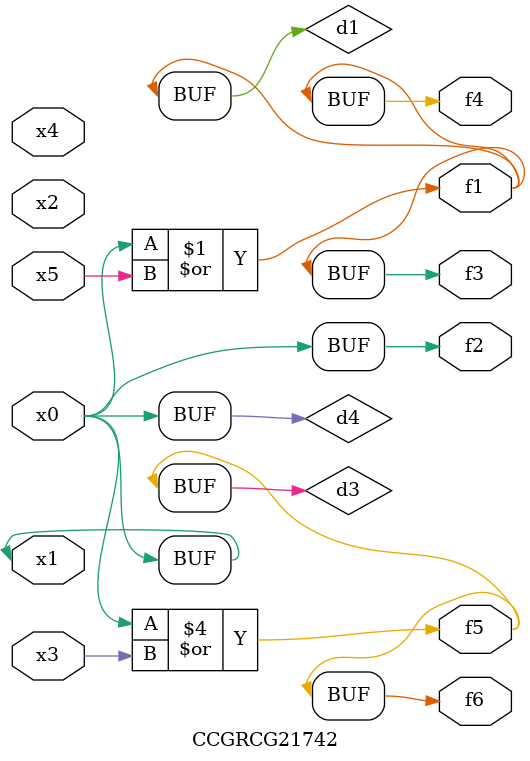
<source format=v>
module CCGRCG21742(
	input x0, x1, x2, x3, x4, x5,
	output f1, f2, f3, f4, f5, f6
);

	wire d1, d2, d3, d4;

	or (d1, x0, x5);
	xnor (d2, x1, x4);
	or (d3, x0, x3);
	buf (d4, x0, x1);
	assign f1 = d1;
	assign f2 = d4;
	assign f3 = d1;
	assign f4 = d1;
	assign f5 = d3;
	assign f6 = d3;
endmodule

</source>
